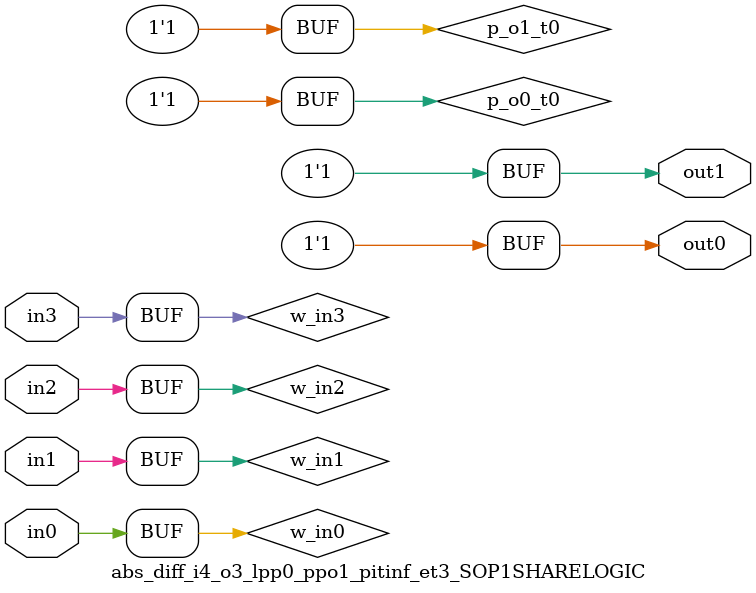
<source format=v>
module abs_diff_i4_o3_lpp0_ppo1_pitinf_et3_SOP1SHARELOGIC (in0, in1, in2, in3, out0, out1);
// declaring inputs
input in0,  in1,  in2,  in3;
// declaring outputs
output out0,  out1;
// JSON model input
wire w_in3, w_in2, w_in1, w_in0;
// JSON model output
wire w_g17, w_g21;
//json model
wire p_o0_t0, p_o1_t0;
// JSON model input assign
assign w_in3 = in3;
assign w_in2 = in2;
assign w_in1 = in1;
assign w_in0 = in0;
//json model assigns (approximated/XPATed part)
assign p_o0_t0 = 1;
assign out0 = p_o0_t0;
assign p_o1_t0 = 1;
assign out1 = p_o1_t0;
endmodule
</source>
